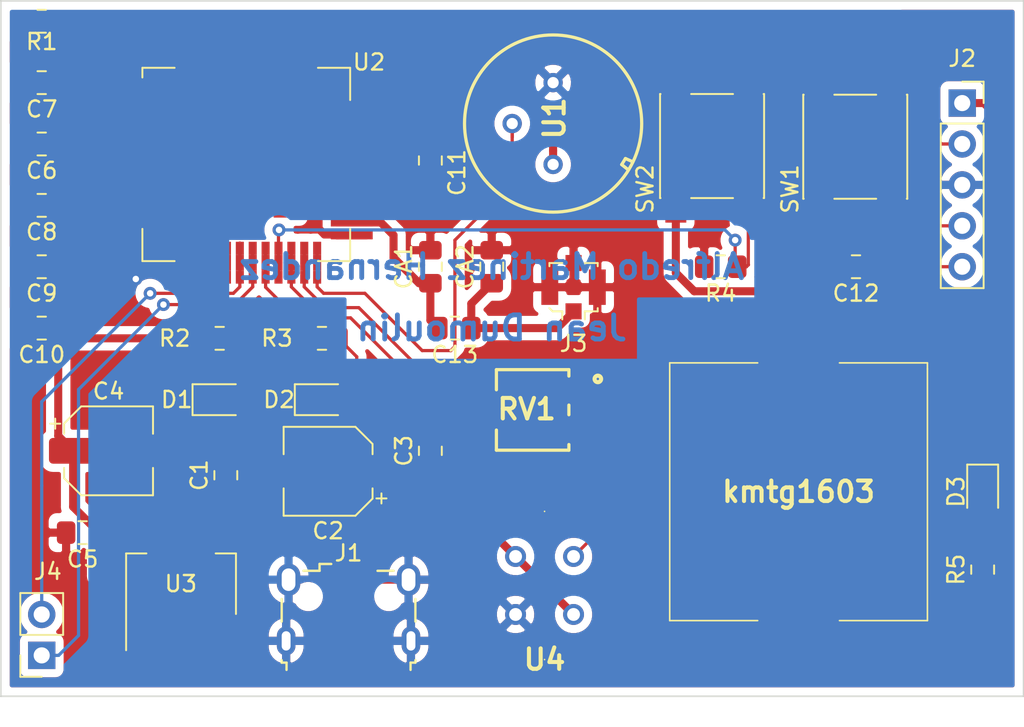
<source format=kicad_pcb>
(kicad_pcb (version 20171130) (host pcbnew "(5.1.5-0-10_14)")
  (layers (0 F.Cu signal) (31 B.Cu signal) (34 B.Paste user) (35 F.Paste user) (36 B.SilkS user) (37 F.SilkS user) (38 B.Mask user) (39 F.Mask user) (44 Edge.Cuts user))
  (net 0 "")
  (net 1 +3V3)
  (net 2 "Net-(R1-Pad1)")
  (net 3 GND)
  (net 4 "Net-(C13-Pad1)")
  (net 5 +5V)
  (net 6 /NRST)
  (net 7 "Net-(C13-Pad2)")
  (net 8 /SWCLK)
  (net 9 /SWDIO)
  (net 10 /ADC2)
  (net 11 /DAC1)
  (net 12 /LED2)
  (net 13 "Net-(RV1-Pad1)")
  (net 14 /ADC3)
  (net 15 "Net-(U2-Pad45)")
  (net 16 "Net-(D1-Pad2)")
  (net 17 "Net-(D2-Pad2)")
  (net 18 "Net-(D3-Pad2)")
  (net 19 /TX)
  (net 20 /RX)
  (net 21 "Net-(R4-Pad1)")
  (net 22 "Net-(U2-Pad2)")
  (net 23 "Net-(U2-Pad1)")
  (net 24 "Net-(U2-Pad8)")
  (net 25 "Net-(U2-Pad9)")
  (net 26 "Net-(U2-Pad10)")
  (net 27 "Net-(U2-Pad11)")
  (net 28 "Net-(U2-Pad28)")
  (net 29 "Net-(U2-Pad29)")
  (net 30 "Net-(U2-Pad30)")
  (net 31 "Net-(U2-Pad31)")
  (net 32 "Net-(U2-Pad33)")
  (net 33 "Net-(U2-Pad35)")
  (net 34 "Net-(U2-Pad36)")
  (net 35 "Net-(U2-Pad37)")
  (net 36 "Net-(U2-Pad39)")
  (net 37 "Net-(U2-Pad40)")
  (net 38 "Net-(U2-Pad12)")
  (net 39 "Net-(U2-Pad13)")
  (net 40 "Net-(U2-Pad14)")
  (net 41 "Net-(U2-Pad15)")
  (net 42 "Net-(U2-Pad16)")
  (net 43 "Net-(U2-Pad17)")
  (net 44 "Net-(U2-Pad38)")
  (module Resistor_SMD:R_0805_2012Metric_Pad1.15x1.40mm_HandSolder (layer F.Cu) (at 185.039 94.615 180)
    (fp_text reference R2 (at 2.794 0) (layer F.SilkS))
    (fp_text value 680)
    (pad 2 smd roundrect (at 1.025 0 180) (size 1.15 1.4) (layers F.Cu F.Paste F.Mask) (roundrect_rratio 0.217391) (net 1 +3V3))
    (pad 1 smd roundrect (at -1.025 0 180) (size 1.15 1.4) (layers F.Cu F.Paste F.Mask) (roundrect_rratio 0.217391) (net 16 "Net-(D1-Pad2)"))
  )
  (module RF_Module:CMWX1ZZABZ_NEW (layer F.Cu) (at 186.69 83.82)
    (fp_text reference U2 (at 7.62 -6.35) (layer F.SilkS))
    (fp_text value CMWX1ZZABZ-078)
    (pad 4 smd rect (at -6.55 -2) (size 1 0.5) (layers F.Cu) (net 1 +3V3))
    (pad 4 smd rect (at -7.45 -2) (size 0.8 0.5) (layers F.Cu F.Paste F.Mask) (net 1 +3V3))
    (pad 3 smd rect (at -7.45 -2.8) (size 0.8 0.5) (layers F.Cu F.Paste F.Mask) (net 3 GND))
    (pad 3 smd rect (at -6.55 -2.8) (size 1 0.5) (layers F.Cu) (net 3 GND))
    (pad 2 smd rect (at -7.45 -3.6) (size 0.8 0.5) (layers F.Cu F.Paste F.Mask) (net 22 "Net-(U2-Pad2)"))
    (pad 2 smd rect (at -6.55 -3.6) (size 1 0.5) (layers F.Cu) (net 22 "Net-(U2-Pad2)"))
    (pad 1 smd rect (at -7.45 -4.4) (size 0.8 0.5) (layers F.Cu F.Paste F.Mask) (net 23 "Net-(U2-Pad1)"))
    (pad 1 smd rect (at -6.55 -4.4) (size 1 0.5) (layers F.Cu) (net 23 "Net-(U2-Pad1)"))
    (pad 57 smd rect (at 2.5 2.5 90) (size 1.6 1.6) (layers F.Cu F.Paste F.Mask) (net 3 GND))
    (pad 56 smd rect (at 0 2.5 90) (size 1.6 1.6) (layers F.Cu F.Paste F.Mask) (net 3 GND))
    (pad 55 smd rect (at -2.5 2.5 90) (size 1.6 1.6) (layers F.Cu F.Paste F.Mask) (net 3 GND))
    (pad 54 smd rect (at 2.5 0 90) (size 1.6 1.6) (layers F.Cu F.Paste F.Mask) (net 3 GND))
    (pad 53 smd rect (at 0 0 90) (size 1.6 1.6) (layers F.Cu F.Paste F.Mask) (net 3 GND))
    (pad 52 smd rect (at -2.5 0 90) (size 1.6 1.6) (layers F.Cu F.Paste F.Mask) (net 3 GND))
    (pad 51 smd rect (at 2.5 -2.5 90) (size 1.6 1.6) (layers F.Cu F.Paste F.Mask) (net 3 GND))
    (pad 50 smd rect (at 0 -2.5 90) (size 1.6 1.6) (layers F.Cu F.Paste F.Mask) (net 3 GND))
    (pad 49 smd rect (at -2.5 -2.5 90) (size 1.6 1.6) (layers F.Cu F.Paste F.Mask) (net 3 GND))
    (pad 48 smd rect (at -4.4 -5.2 90) (size 0.8 0.5) (layers F.Cu F.Paste F.Mask) (net 1 +3V3))
    (pad 47 smd rect (at -3.6 -5.2 90) (size 0.8 0.5) (layers F.Cu F.Paste F.Mask) (net 1 +3V3))
    (pad 46 smd rect (at -2.8 -5.2 90) (size 0.8 0.5) (layers F.Cu F.Paste F.Mask) (net 15 "Net-(U2-Pad45)"))
    (pad 45 smd rect (at -2 -5.2 90) (size 0.8 0.5) (layers F.Cu F.Paste F.Mask) (net 15 "Net-(U2-Pad45)"))
    (pad 44 smd rect (at -1.2 -5.2 90) (size 0.8 0.5) (layers F.Cu F.Paste F.Mask) (net 3 GND))
    (pad 43 smd rect (at -0.4 -5.2 90) (size 0.8 0.5) (layers F.Cu F.Paste F.Mask) (net 2 "Net-(R1-Pad1)"))
    (pad 42 smd rect (at 0.4 -5.2 90) (size 0.8 0.5) (layers F.Cu F.Paste F.Mask) (net 8 /SWCLK))
    (pad 1 smd rect (at -5.65 -4.4) (size 0.8 0.5) (layers F.Cu F.Paste F.Mask) (net 23 "Net-(U2-Pad1)"))
    (pad 2 smd rect (at -5.65 -3.6) (size 0.8 0.5) (layers F.Cu F.Paste F.Mask) (net 22 "Net-(U2-Pad2)"))
    (pad 3 smd rect (at -5.65 -2.8) (size 0.8 0.5) (layers F.Cu F.Paste F.Mask) (net 3 GND))
    (pad 4 smd rect (at -5.65 -2) (size 0.8 0.5) (layers F.Cu F.Paste F.Mask) (net 1 +3V3))
    (pad 5 smd rect (at -5.65 -1.2) (size 0.8 0.5) (layers F.Cu F.Paste F.Mask) (net 1 +3V3))
    (pad 6 smd rect (at -5.65 -0.4) (size 0.8 0.5) (layers F.Cu F.Paste F.Mask) (net 1 +3V3))
    (pad 7 smd rect (at -5.65 0.4) (size 0.8 0.5) (layers F.Cu F.Paste F.Mask) (net 3 GND))
    (pad 8 smd rect (at -5.65 1.2) (size 0.8 0.5) (layers F.Cu F.Paste F.Mask) (net 24 "Net-(U2-Pad8)"))
    (pad 9 smd rect (at -5.65 2) (size 0.8 0.5) (layers F.Cu F.Paste F.Mask) (net 25 "Net-(U2-Pad9)"))
    (pad 10 smd rect (at -5.65 2.8) (size 0.8 0.5) (layers F.Cu F.Paste F.Mask) (net 26 "Net-(U2-Pad10)"))
    (pad 11 smd rect (at -5.65 3.6) (size 0.8 0.5) (layers F.Cu F.Paste F.Mask) (net 27 "Net-(U2-Pad11)"))
    (pad 27 smd rect (at 5.65 2.8) (size 0.8 0.5) (layers F.Cu F.Paste F.Mask) (net 3 GND))
    (pad 28 smd rect (at 5.65 2) (size 0.8 0.5) (layers F.Cu F.Paste F.Mask) (net 28 "Net-(U2-Pad28)"))
    (pad 29 smd rect (at 5.65 1.2) (size 0.8 0.5) (layers F.Cu F.Paste F.Mask) (net 29 "Net-(U2-Pad29)"))
    (pad 30 smd rect (at 5.65 0.4) (size 0.8 0.5) (layers F.Cu F.Paste F.Mask) (net 30 "Net-(U2-Pad30)"))
    (pad 31 smd rect (at 5.65 -0.4) (size 0.8 0.5) (layers F.Cu F.Paste F.Mask) (net 31 "Net-(U2-Pad31)"))
    (pad 32 smd rect (at 5.65 -1.2) (size 0.8 0.5) (layers F.Cu F.Paste F.Mask) (net 1 +3V3))
    (pad 33 smd rect (at 5.65 -2) (size 0.8 0.5) (layers F.Cu F.Paste F.Mask) (net 32 "Net-(U2-Pad33)"))
    (pad 34 smd rect (at 5.65 -2.8) (size 0.8 0.5) (layers F.Cu F.Paste F.Mask) (net 6 /NRST))
    (pad 35 smd rect (at 5.65 -3.6) (size 0.8 0.5) (layers F.Cu F.Paste F.Mask) (net 33 "Net-(U2-Pad35)"))
    (pad 36 smd rect (at 5.65 -4.4) (size 0.8 0.5) (layers F.Cu F.Paste F.Mask) (net 34 "Net-(U2-Pad36)"))
    (pad 37 smd rect (at 4.4 -5.2 90) (size 0.8 0.5) (layers F.Cu F.Paste F.Mask) (net 35 "Net-(U2-Pad37)"))
    (pad 39 smd rect (at 2.8 -5.2 90) (size 0.8 0.5) (layers F.Cu F.Paste F.Mask) (net 36 "Net-(U2-Pad39)"))
    (pad 40 smd rect (at 2 -5.2 90) (size 0.8 0.5) (layers F.Cu F.Paste F.Mask) (net 37 "Net-(U2-Pad40)"))
    (pad 41 smd rect (at 1.2 -5.2 90) (size 0.8 0.5) (layers F.Cu F.Paste F.Mask) (net 9 /SWDIO))
    (pad 12 smd rect (at -5.65 4.4) (size 0.8 0.5) (layers F.Cu F.Paste F.Mask) (net 38 "Net-(U2-Pad12)"))
    (pad 13 smd rect (at -4.4 5.2 90) (size 0.8 0.5) (layers F.Cu F.Paste F.Mask) (net 39 "Net-(U2-Pad13)"))
    (pad 14 smd rect (at -3.6 5.2 90) (size 0.8 0.5) (layers F.Cu F.Paste F.Mask) (net 40 "Net-(U2-Pad14)"))
    (pad 15 smd rect (at -2.8 5.2 90) (size 0.8 0.5) (layers F.Cu F.Paste F.Mask) (net 41 "Net-(U2-Pad15)"))
    (pad 16 smd rect (at -2 5.2 90) (size 0.8 0.5) (layers F.Cu F.Paste F.Mask) (net 42 "Net-(U2-Pad16)"))
    (pad 17 smd rect (at -1.2 5.2 90) (size 0.8 0.5) (layers F.Cu F.Paste F.Mask) (net 43 "Net-(U2-Pad17)"))
    (pad 18 smd rect (at -0.4 5.2 90) (size 0.8 0.5) (layers F.Cu F.Paste F.Mask) (net 20 /RX))
    (pad 19 smd rect (at 0.4 5.2 90) (size 0.8 0.5) (layers F.Cu F.Paste F.Mask) (net 19 /TX))
    (pad 20 smd rect (at 1.2 5.2 270) (size 0.8 0.5) (layers F.Cu F.Paste F.Mask) (net 12 /LED2))
    (pad 21 smd rect (at 2 5.2 270) (size 0.8 0.5) (layers F.Cu F.Paste F.Mask) (net 21 "Net-(R4-Pad1)"))
    (pad 22 smd rect (at 2.8 5.2 270) (size 0.8 0.5) (layers F.Cu F.Paste F.Mask) (net 11 /DAC1))
    (pad 23 smd rect (at 3.6 5.2 270) (size 0.8 0.5) (layers F.Cu F.Paste F.Mask) (net 14 /ADC3))
    (pad 24 smd rect (at 4.4 5.2 270) (size 0.8 0.5) (layers F.Cu F.Paste F.Mask) (net 10 /ADC2))
    (pad 25 smd rect (at 5.65 4.4) (size 0.8 0.5) (layers F.Cu F.Paste F.Mask) (net 3 GND))
    (pad 26 smd rect (at 5.65 3.6) (size 0.8 0.5) (layers F.Cu F.Paste F.Mask) (net 7 "Net-(C13-Pad2)"))
    (pad 38 smd rect (at 3.6 -5.2 90) (size 0.8 0.5) (layers F.Cu F.Paste F.Mask) (net 44 "Net-(U2-Pad38)"))
    (pad 8 smd rect (at -6.55 1.2) (size 1 0.5) (layers F.Cu) (net 24 "Net-(U2-Pad8)"))
    (pad 8 smd rect (at -7.45 1.2) (size 0.8 0.5) (layers F.Cu F.Paste F.Mask) (net 24 "Net-(U2-Pad8)"))
    (pad 7 smd rect (at -7.45 0.4) (size 0.8 0.5) (layers F.Cu F.Paste F.Mask) (net 3 GND))
    (pad 7 smd rect (at -6.55 0.4) (size 1 0.5) (layers F.Cu) (net 3 GND))
    (pad 6 smd rect (at -7.45 -0.4) (size 0.8 0.5) (layers F.Cu F.Paste F.Mask) (net 1 +3V3))
    (pad 6 smd rect (at -6.55 -0.4) (size 1 0.5) (layers F.Cu) (net 1 +3V3))
    (pad 5 smd rect (at -7.45 -1.2) (size 0.8 0.5) (layers F.Cu F.Paste F.Mask) (net 1 +3V3))
    (pad 5 smd rect (at -6.55 -1.2) (size 1 0.5) (layers F.Cu) (net 1 +3V3))
    (pad 10 smd rect (at -6.55 2.8) (size 1 0.5) (layers F.Cu) (net 26 "Net-(U2-Pad10)"))
    (pad 9 smd rect (at -7.45 2) (size 0.8 0.5) (layers F.Cu F.Paste F.Mask) (net 25 "Net-(U2-Pad9)"))
    (pad 9 smd rect (at -6.55 2) (size 1 0.5) (layers F.Cu) (net 25 "Net-(U2-Pad9)"))
    (pad 12 smd rect (at -6.55 4.4) (size 1 0.5) (layers F.Cu) (net 38 "Net-(U2-Pad12)"))
    (pad 12 smd rect (at -7.45 4.4) (size 0.8 0.5) (layers F.Cu F.Paste F.Mask) (net 38 "Net-(U2-Pad12)"))
    (pad 11 smd rect (at -7.45 3.6) (size 0.8 0.5) (layers F.Cu F.Paste F.Mask) (net 27 "Net-(U2-Pad11)"))
    (pad 11 smd rect (at -6.55 3.6) (size 1 0.5) (layers F.Cu) (net 27 "Net-(U2-Pad11)"))
    (pad 10 smd rect (at -7.45 2.8) (size 0.8 0.5) (layers F.Cu F.Paste F.Mask) (net 26 "Net-(U2-Pad10)"))
    (pad 13 smd rect (at -4.4 6.1 90) (size 1 0.5) (layers F.Cu) (net 39 "Net-(U2-Pad13)"))
    (pad 13 smd rect (at -4.4 7 90) (size 0.8 0.5) (layers F.Cu F.Paste F.Mask) (net 39 "Net-(U2-Pad13)"))
    (pad 14 smd rect (at -3.6 7 90) (size 0.8 0.5) (layers F.Cu F.Paste F.Mask) (net 40 "Net-(U2-Pad14)"))
    (pad 14 smd rect (at -3.6 6.1 90) (size 1 0.5) (layers F.Cu) (net 40 "Net-(U2-Pad14)"))
    (pad 15 smd rect (at -2.8 7 90) (size 0.8 0.5) (layers F.Cu F.Paste F.Mask) (net 41 "Net-(U2-Pad15)"))
    (pad 16 smd rect (at -2 6.1 90) (size 1 0.5) (layers F.Cu) (net 42 "Net-(U2-Pad16)"))
    (pad 16 smd rect (at -2 7 90) (size 0.8 0.5) (layers F.Cu F.Paste F.Mask) (net 42 "Net-(U2-Pad16)"))
    (pad 15 smd rect (at -2.8 6.1 90) (size 1 0.5) (layers F.Cu) (net 41 "Net-(U2-Pad15)"))
    (pad 17 smd rect (at -1.2 7 90) (size 0.8 0.5) (layers F.Cu F.Paste F.Mask) (net 43 "Net-(U2-Pad17)"))
    (pad 18 smd rect (at -0.4 6.1 90) (size 1 0.5) (layers F.Cu) (net 20 /RX))
    (pad 19 smd rect (at 0.4 7 90) (size 0.8 0.5) (layers F.Cu F.Paste F.Mask) (net 19 /TX))
    (pad 18 smd rect (at -0.4 7 90) (size 0.8 0.5) (layers F.Cu F.Paste F.Mask) (net 20 /RX))
    (pad 19 smd rect (at 0.4 6.1 90) (size 1 0.5) (layers F.Cu) (net 19 /TX))
    (pad 20 smd rect (at 1.2 6.1 90) (size 1 0.5) (layers F.Cu) (net 12 /LED2))
    (pad 20 smd rect (at 1.2 7 90) (size 0.8 0.5) (layers F.Cu F.Paste F.Mask) (net 12 /LED2))
    (pad 17 smd rect (at -1.2 6.1 90) (size 1 0.5) (layers F.Cu) (net 43 "Net-(U2-Pad17)"))
    (pad 21 smd rect (at 2 7 90) (size 0.8 0.5) (layers F.Cu F.Paste F.Mask) (net 21 "Net-(R4-Pad1)"))
    (pad 22 smd rect (at 2.8 6.1 90) (size 1 0.5) (layers F.Cu) (net 11 /DAC1))
    (pad 23 smd rect (at 3.6 7 90) (size 0.8 0.5) (layers F.Cu F.Paste F.Mask) (net 14 /ADC3))
    (pad 22 smd rect (at 2.8 7 90) (size 0.8 0.5) (layers F.Cu F.Paste F.Mask) (net 11 /DAC1))
    (pad 23 smd rect (at 3.6 6.1 90) (size 1 0.5) (layers F.Cu) (net 14 /ADC3))
    (pad 24 smd rect (at 4.4 6.1 90) (size 1 0.5) (layers F.Cu) (net 10 /ADC2))
    (pad 24 smd rect (at 4.4 7 90) (size 0.8 0.5) (layers F.Cu F.Paste F.Mask) (net 10 /ADC2))
    (pad 21 smd rect (at 2 6.1 90) (size 1 0.5) (layers F.Cu) (net 21 "Net-(R4-Pad1)"))
    (pad 29 smd rect (at 7.45 1.2 180) (size 0.8 0.5) (layers F.Cu F.Paste F.Mask) (net 29 "Net-(U2-Pad29)"))
    (pad 32 smd rect (at 6.55 -1.2 180) (size 1 0.5) (layers F.Cu) (net 1 +3V3))
    (pad 32 smd rect (at 7.45 -1.2 180) (size 0.8 0.5) (layers F.Cu F.Paste F.Mask) (net 1 +3V3))
    (pad 25 smd rect (at 7.45 4.4 180) (size 0.8 0.5) (layers F.Cu F.Paste F.Mask) (net 3 GND))
    (pad 26 smd rect (at 6.55 3.6 180) (size 1 0.5) (layers F.Cu) (net 7 "Net-(C13-Pad2)"))
    (pad 27 smd rect (at 7.45 2.8 180) (size 0.8 0.5) (layers F.Cu F.Paste F.Mask) (net 3 GND))
    (pad 33 smd rect (at 7.45 -2 180) (size 0.8 0.5) (layers F.Cu F.Paste F.Mask) (net 32 "Net-(U2-Pad33)"))
    (pad 31 smd rect (at 6.55 -0.4 180) (size 1 0.5) (layers F.Cu) (net 31 "Net-(U2-Pad31)"))
    (pad 30 smd rect (at 6.55 0.4 180) (size 1 0.5) (layers F.Cu) (net 30 "Net-(U2-Pad30)"))
    (pad 31 smd rect (at 7.45 -0.4 180) (size 0.8 0.5) (layers F.Cu F.Paste F.Mask) (net 31 "Net-(U2-Pad31)"))
    (pad 29 smd rect (at 6.55 1.2 180) (size 1 0.5) (layers F.Cu) (net 29 "Net-(U2-Pad29)"))
    (pad 34 smd rect (at 6.55 -2.8 180) (size 1 0.5) (layers F.Cu) (net 6 /NRST))
    (pad 36 smd rect (at 7.45 -4.4 180) (size 0.8 0.5) (layers F.Cu F.Paste F.Mask) (net 34 "Net-(U2-Pad36)"))
    (pad 33 smd rect (at 6.55 -2 180) (size 1 0.5) (layers F.Cu) (net 32 "Net-(U2-Pad33)"))
    (pad 30 smd rect (at 7.45 0.4 180) (size 0.8 0.5) (layers F.Cu F.Paste F.Mask) (net 30 "Net-(U2-Pad30)"))
    (pad 26 smd rect (at 7.45 3.6 180) (size 0.8 0.5) (layers F.Cu F.Paste F.Mask) (net 7 "Net-(C13-Pad2)"))
    (pad 27 smd rect (at 6.55 2.8 180) (size 1 0.5) (layers F.Cu) (net 3 GND))
    (pad 34 smd rect (at 7.45 -2.8 180) (size 0.8 0.5) (layers F.Cu F.Paste F.Mask) (net 6 /NRST))
    (pad 35 smd rect (at 6.55 -3.6 180) (size 1 0.5) (layers F.Cu) (net 33 "Net-(U2-Pad35)"))
    (pad 36 smd rect (at 6.55 -4.4 180) (size 1 0.5) (layers F.Cu) (net 34 "Net-(U2-Pad36)"))
    (pad 28 smd rect (at 6.55 2 180) (size 1 0.5) (layers F.Cu) (net 28 "Net-(U2-Pad28)"))
    (pad 28 smd rect (at 7.45 2 180) (size 0.8 0.5) (layers F.Cu F.Paste F.Mask) (net 28 "Net-(U2-Pad28)"))
    (pad 35 smd rect (at 7.45 -3.6 180) (size 0.8 0.5) (layers F.Cu F.Paste F.Mask) (net 33 "Net-(U2-Pad35)"))
    (pad 25 smd rect (at 6.55 4.4 180) (size 1 0.5) (layers F.Cu) (net 3 GND))
    (pad 41 smd rect (at 1.2 -7.01 270) (size 0.8 0.5) (layers F.Cu F.Paste F.Mask) (net 9 /SWDIO))
    (pad 44 smd rect (at -1.2 -6.11 270) (size 1 0.5) (layers F.Cu) (net 3 GND))
    (pad 44 smd rect (at -1.2 -7.01 270) (size 0.8 0.5) (layers F.Cu F.Paste F.Mask) (net 3 GND))
    (pad 37 smd rect (at 4.4 -7.01 270) (size 0.8 0.5) (layers F.Cu F.Paste F.Mask) (net 35 "Net-(U2-Pad37)"))
    (pad 38 smd rect (at 3.6 -6.11 270) (size 1 0.5) (layers F.Cu) (net 44 "Net-(U2-Pad38)"))
    (pad 39 smd rect (at 2.8 -7.01 270) (size 0.8 0.5) (layers F.Cu F.Paste F.Mask) (net 36 "Net-(U2-Pad39)"))
    (pad 45 smd rect (at -2 -7.01 270) (size 0.8 0.5) (layers F.Cu F.Paste F.Mask) (net 15 "Net-(U2-Pad45)"))
    (pad 43 smd rect (at -0.4 -6.11 270) (size 1 0.5) (layers F.Cu) (net 2 "Net-(R1-Pad1)"))
    (pad 42 smd rect (at 0.4 -6.11 270) (size 1 0.5) (layers F.Cu) (net 8 /SWCLK))
    (pad 43 smd rect (at -0.4 -7.01 270) (size 0.8 0.5) (layers F.Cu F.Paste F.Mask) (net 2 "Net-(R1-Pad1)"))
    (pad 41 smd rect (at 1.2 -6.11 270) (size 1 0.5) (layers F.Cu) (net 9 /SWDIO))
    (pad 46 smd rect (at -2.8 -6.11 270) (size 1 0.5) (layers F.Cu) (net 15 "Net-(U2-Pad45)"))
    (pad 48 smd rect (at -4.4 -7.01 270) (size 0.8 0.5) (layers F.Cu F.Paste F.Mask) (net 1 +3V3))
    (pad 45 smd rect (at -2 -6.11 270) (size 1 0.5) (layers F.Cu) (net 15 "Net-(U2-Pad45)"))
    (pad 42 smd rect (at 0.4 -7.01 270) (size 0.8 0.5) (layers F.Cu F.Paste F.Mask) (net 8 /SWCLK))
    (pad 38 smd rect (at 3.6 -7.01 270) (size 0.8 0.5) (layers F.Cu F.Paste F.Mask) (net 44 "Net-(U2-Pad38)"))
    (pad 39 smd rect (at 2.8 -6.11 270) (size 1 0.5) (layers F.Cu) (net 36 "Net-(U2-Pad39)"))
    (pad 46 smd rect (at -2.8 -7.01 270) (size 0.8 0.5) (layers F.Cu F.Paste F.Mask) (net 15 "Net-(U2-Pad45)"))
    (pad 47 smd rect (at -3.6 -6.11 270) (size 1 0.5) (layers F.Cu) (net 1 +3V3))
    (pad 48 smd rect (at -4.4 -6.11 270) (size 1 0.5) (layers F.Cu) (net 1 +3V3))
    (pad 40 smd rect (at 2 -6.11 270) (size 1 0.5) (layers F.Cu) (net 37 "Net-(U2-Pad40)"))
    (pad 40 smd rect (at 2 -7.01 270) (size 0.8 0.5) (layers F.Cu F.Paste F.Mask) (net 37 "Net-(U2-Pad40)"))
    (pad 47 smd rect (at -3.6 -7.01 270) (size 0.8 0.5) (layers F.Cu F.Paste F.Mask) (net 1 +3V3))
    (pad 37 smd rect (at 4.4 -6.11 270) (size 1 0.5) (layers F.Cu) (net 35 "Net-(U2-Pad37)"))
  )
  (module Capacitor_SMD:C_0805_2012Metric_Pad1.15x1.40mm_HandSolder (layer F.Cu) (at 185.42 103.115 90)
    (fp_text reference C1 (at 0 -1.65 90) (layer F.SilkS))
    (fp_text value 100n)
    (pad 1 smd roundrect (at -1.025 0 90) (size 1.15 1.4) (layers F.Cu F.Paste F.Mask) (roundrect_rratio 0.217391) (net 5 +5V))
    (pad 2 smd roundrect (at 1.025 0 90) (size 1.15 1.4) (layers F.Cu F.Paste F.Mask) (roundrect_rratio 0.217391) (net 3 GND))
  )
  (module Capacitor_SMD:CP_Elec_5x4.4 (layer F.Cu) (at 191.77 102.87 180)
    (fp_text reference C2 (at 0 -3.7) (layer F.SilkS))
    (fp_text value 10µ)
    (pad 2 smd roundrect (at 2.2 0 180) (size 3 1.6) (layers F.Cu F.Paste F.Mask) (roundrect_rratio 0.15625) (net 3 GND))
    (pad 1 smd roundrect (at -2.2 0 180) (size 3 1.6) (layers F.Cu F.Paste F.Mask) (roundrect_rratio 0.15625) (net 5 +5V))
  )
  (module Capacitor_SMD:C_0805_2012Metric_Pad1.15x1.40mm_HandSolder (layer F.Cu) (at 198.12 101.6 90)
    (fp_text reference C3 (at 0 -1.65 90) (layer F.SilkS))
    (fp_text value 100n)
    (pad 2 smd roundrect (at 1.025 0 90) (size 1.15 1.4) (layers F.Cu F.Paste F.Mask) (roundrect_rratio 0.217391) (net 3 GND))
    (pad 1 smd roundrect (at -1.025 0 90) (size 1.15 1.4) (layers F.Cu F.Paste F.Mask) (roundrect_rratio 0.217391) (net 5 +5V))
  )
  (module Capacitor_SMD:CP_Elec_5x4.4 (layer F.Cu) (at 178.14 101.6)
    (fp_text reference C4 (at 0 -3.7) (layer F.SilkS))
    (fp_text value 10µ)
    (pad 1 smd roundrect (at -2.2 0) (size 3 1.6) (layers F.Cu F.Paste F.Mask) (roundrect_rratio 0.15625) (net 1 +3V3))
    (pad 2 smd roundrect (at 2.2 0) (size 3 1.6) (layers F.Cu F.Paste F.Mask) (roundrect_rratio 0.15625) (net 3 GND))
  )
  (module Capacitor_SMD:C_0805_2012Metric_Pad1.15x1.40mm_HandSolder (layer F.Cu) (at 176.53 106.68 180)
    (fp_text reference C5 (at 0 -1.65) (layer F.SilkS))
    (fp_text value 100n)
    (pad 1 smd roundrect (at -1.025 0 180) (size 1.15 1.4) (layers F.Cu F.Paste F.Mask) (roundrect_rratio 0.217391) (net 1 +3V3))
    (pad 2 smd roundrect (at 1.025 0 180) (size 1.15 1.4) (layers F.Cu F.Paste F.Mask) (roundrect_rratio 0.217391) (net 3 GND))
  )
  (module Capacitor_SMD:C_0805_2012Metric_Pad1.15x1.40mm_HandSolder (layer F.Cu) (at 173.99 82.55 180)
    (fp_text reference C6 (at 0 -1.65) (layer F.SilkS))
    (fp_text value 10µ)
    (pad 1 smd roundrect (at -1.025 0 180) (size 1.15 1.4) (layers F.Cu F.Paste F.Mask) (roundrect_rratio 0.217391) (net 1 +3V3))
    (pad 2 smd roundrect (at 1.025 0 180) (size 1.15 1.4) (layers F.Cu F.Paste F.Mask) (roundrect_rratio 0.217391) (net 3 GND))
  )
  (module Capacitor_SMD:C_0805_2012Metric_Pad1.15x1.40mm_HandSolder (layer F.Cu) (at 173.99 78.74 180)
    (fp_text reference C7 (at 0 -1.65) (layer F.SilkS))
    (fp_text value 100n)
    (pad 2 smd roundrect (at 1.025 0 180) (size 1.15 1.4) (layers F.Cu F.Paste F.Mask) (roundrect_rratio 0.217391) (net 3 GND))
    (pad 1 smd roundrect (at -1.025 0 180) (size 1.15 1.4) (layers F.Cu F.Paste F.Mask) (roundrect_rratio 0.217391) (net 1 +3V3))
  )
  (module Capacitor_SMD:C_0805_2012Metric_Pad1.15x1.40mm_HandSolder (layer F.Cu) (at 173.99 86.36 180)
    (fp_text reference C8 (at 0 -1.65) (layer F.SilkS))
    (fp_text value 100n)
    (pad 1 smd roundrect (at -1.025 0 180) (size 1.15 1.4) (layers F.Cu F.Paste F.Mask) (roundrect_rratio 0.217391) (net 1 +3V3))
    (pad 2 smd roundrect (at 1.025 0 180) (size 1.15 1.4) (layers F.Cu F.Paste F.Mask) (roundrect_rratio 0.217391) (net 3 GND))
  )
  (module Capacitor_SMD:C_0805_2012Metric_Pad1.15x1.40mm_HandSolder (layer F.Cu) (at 173.99 90.17 180)
    (fp_text reference C9 (at 0 -1.65) (layer F.SilkS))
    (fp_text value 100n)
    (pad 2 smd roundrect (at 1.025 0 180) (size 1.15 1.4) (layers F.Cu F.Paste F.Mask) (roundrect_rratio 0.217391) (net 3 GND))
    (pad 1 smd roundrect (at -1.025 0 180) (size 1.15 1.4) (layers F.Cu F.Paste F.Mask) (roundrect_rratio 0.217391) (net 1 +3V3))
  )
  (module Capacitor_SMD:C_0805_2012Metric_Pad1.15x1.40mm_HandSolder (layer F.Cu) (at 173.99 93.98 180)
    (fp_text reference C10 (at 0 -1.65) (layer F.SilkS))
    (fp_text value 100n)
    (pad 1 smd roundrect (at -1.025 0 180) (size 1.15 1.4) (layers F.Cu F.Paste F.Mask) (roundrect_rratio 0.217391) (net 1 +3V3))
    (pad 2 smd roundrect (at 1.025 0 180) (size 1.15 1.4) (layers F.Cu F.Paste F.Mask) (roundrect_rratio 0.217391) (net 3 GND))
  )
  (module Capacitor_SMD:C_0805_2012Metric_Pad1.15x1.40mm_HandSolder (layer F.Cu) (at 198.12 83.575 270)
    (fp_text reference C11 (at 0.753 -1.651 90) (layer F.SilkS))
    (fp_text value 1u)
    (pad 2 smd roundrect (at 1.025 0 270) (size 1.15 1.4) (layers F.Cu F.Paste F.Mask) (roundrect_rratio 0.217391) (net 3 GND))
    (pad 1 smd roundrect (at -1.025 0 270) (size 1.15 1.4) (layers F.Cu F.Paste F.Mask) (roundrect_rratio 0.217391) (net 1 +3V3))
  )
  (module Capacitor_SMD:C_0805_2012Metric_Pad1.15x1.40mm_HandSolder (layer F.Cu) (at 224.545 90.17 180)
    (fp_text reference C12 (at 0 -1.65) (layer F.SilkS))
    (fp_text value 100n)
    (pad 1 smd roundrect (at -1.025 0 180) (size 1.15 1.4) (layers F.Cu F.Paste F.Mask) (roundrect_rratio 0.217391) (net 6 /NRST))
    (pad 2 smd roundrect (at 1.025 0 180) (size 1.15 1.4) (layers F.Cu F.Paste F.Mask) (roundrect_rratio 0.217391) (net 3 GND))
  )
  (module Capacitor_SMD:C_0805_2012Metric_Pad1.15x1.40mm_HandSolder (layer F.Cu) (at 199.635 93.98 180)
    (fp_text reference C13 (at 0 -1.65) (layer F.SilkS))
    (fp_text value 100N)
    (pad 2 smd roundrect (at 1.025 0 180) (size 1.15 1.4) (layers F.Cu F.Paste F.Mask) (roundrect_rratio 0.217391) (net 7 "Net-(C13-Pad2)"))
    (pad 1 smd roundrect (at -1.025 0 180) (size 1.15 1.4) (layers F.Cu F.Paste F.Mask) (roundrect_rratio 0.217391) (net 4 "Net-(C13-Pad1)"))
  )
  (module Capacitor_SMD:C_0805_2012Metric_Pad1.15x1.40mm_HandSolder (layer F.Cu) (at 198.12 90.17 90)
    (fp_text reference CA1 (at 0 -1.65 90) (layer F.SilkS))
    (fp_text value 1µ)
    (pad 2 smd roundrect (at 1.025 0 90) (size 1.15 1.4) (layers F.Cu F.Paste F.Mask) (roundrect_rratio 0.217391) (net 3 GND))
    (pad 1 smd roundrect (at -1.025 0 90) (size 1.15 1.4) (layers F.Cu F.Paste F.Mask) (roundrect_rratio 0.217391) (net 7 "Net-(C13-Pad2)"))
  )
  (module Capacitor_SMD:C_0805_2012Metric_Pad1.15x1.40mm_HandSolder (layer F.Cu) (at 201.93 90.17 90)
    (fp_text reference CA2 (at 0 -1.65 90) (layer F.SilkS))
    (fp_text value 1µ)
    (pad 1 smd roundrect (at -1.025 0 90) (size 1.15 1.4) (layers F.Cu F.Paste F.Mask) (roundrect_rratio 0.217391) (net 4 "Net-(C13-Pad1)"))
    (pad 2 smd roundrect (at 1.025 0 90) (size 1.15 1.4) (layers F.Cu F.Paste F.Mask) (roundrect_rratio 0.217391) (net 3 GND))
  )
  (module Connector_Coaxial:U.FL_Molex_MCRF_73412-0110_Vertical (layer F.Cu) (at 207.01 91.44)
    (fp_text reference J3 (at 0 3.5) (layer F.SilkS))
    (fp_text value 73412-0110)
    (pad 2 smd rect (at -1.475 0) (size 1.05 2.2) (layers F.Cu F.Paste F.Mask) (net 3 GND))
    (pad 2 smd rect (at 1.475 0) (size 1.05 2.2) (layers F.Cu F.Paste F.Mask) (net 3 GND))
    (pad 2 smd rect (at 0 -1.5) (size 1 1) (layers F.Cu F.Paste F.Mask) (net 3 GND))
    (pad 1 smd rect (at 0 1.5) (size 1 1) (layers F.Cu F.Paste F.Mask) (net 4 "Net-(C13-Pad1)"))
  )
  (module Resistor_SMD:R_0805_2012Metric_Pad1.15x1.40mm_HandSolder (layer F.Cu) (at 173.99 74.93 180)
    (fp_text reference R1 (at 0 -1.27 180) (layer F.SilkS))
    (fp_text value 10k)
    (pad 1 smd roundrect (at -1.025 0 180) (size 1.15 1.4) (layers F.Cu F.Paste F.Mask) (roundrect_rratio 0.217391) (net 2 "Net-(R1-Pad1)"))
    (pad 2 smd roundrect (at 1.025 0 180) (size 1.15 1.4) (layers F.Cu F.Paste F.Mask) (roundrect_rratio 0.217391) (net 3 GND))
  )
  (module Package_TO_SOT_SMD:SOT-223 (layer F.Cu) (at 182.64 109.88 90)
    (fp_text reference U3 (at 0.025 -0.014 180) (layer F.SilkS))
    (fp_text value LT1117-3.3)
    (pad 4 smd rect (at 3.15 0 90) (size 2 3.8) (layers F.Cu F.Paste F.Mask))
    (pad 2 smd rect (at -3.15 0 90) (size 2 1.5) (layers F.Cu F.Paste F.Mask) (net 1 +3V3))
    (pad 3 smd rect (at -3.15 2.3 90) (size 2 1.5) (layers F.Cu F.Paste F.Mask) (net 5 +5V))
    (pad 1 smd rect (at -3.15 -2.3 90) (size 2 1.5) (layers F.Cu F.Paste F.Mask) (net 3 GND))
  )
  (module EKMC1601111:VZ-STANDARD (layer F.Cu) (at 205.74 81.28 270)
    (fp_text reference U1 (at -0.323 -0.081 90) (layer F.SilkS) (effects (font (size 1.27 1.27) (thickness 0.254))))
    (fp_text value EKMC1601111 hide)
    (pad 3 thru_hole circle (at -2.54 0 270) (size 1.2 1.2) (drill 0.7) (layers *.Cu *.Mask) (net 3 GND))
    (pad 2 thru_hole circle (at 0 2.54 270) (size 1.2 1.2) (drill 0.7) (layers *.Cu *.Mask) (net 10 /ADC2))
    (pad 1 thru_hole circle (at 2.54 0 270) (size 1.2 1.2) (drill 0.7) (layers *.Cu *.Mask) (net 1 +3V3))
  )
  (module LED_SMD:LED_0805_2012Metric (layer F.Cu) (at 185.039 98.425)
    (fp_text reference D1 (at -2.667 0) (layer F.SilkS))
    (fp_text value LED)
    (pad 2 smd roundrect (at 0.9375 0) (size 0.975 1.4) (layers F.Cu F.Paste F.Mask) (net 16 "Net-(D1-Pad2)"))
    (pad 1 smd roundrect (at -0.9375 0) (size 0.975 1.4) (layers F.Cu F.Paste F.Mask) (net 3 GND))
  )
  (module LED_SMD:LED_0805_2012Metric (layer F.Cu) (at 191.389 98.425)
    (fp_text reference D2 (at -2.667 0) (layer F.SilkS))
    (fp_text value LED)
    (pad 1 smd roundrect (at -0.9375 0) (size 0.975 1.4) (layers F.Cu F.Paste F.Mask) (net 3 GND))
    (pad 2 smd roundrect (at 0.9375 0) (size 0.975 1.4) (layers F.Cu F.Paste F.Mask) (net 17 "Net-(D2-Pad2)"))
  )
  (module 23BR1KLFTR:23B_1 (layer F.Cu) (at 204.47 99.06)
    (fp_text reference RV1 (at -0.371 -0.048) (layer F.SilkS) (effects (font (size 1.27 1.27) (thickness 0.254))))
    (fp_text value 23BR1KLFTR hide)
    (pad 1 smd rect (at 2.75 -1.15 90) (size 1.3 1.3) (layers F.Cu F.Paste F.Mask) (net 13 "Net-(RV1-Pad1)"))
    (pad 2 smd rect (at -2.75 0) (size 1.3 2) (layers F.Cu F.Paste F.Mask) (net 14 /ADC3))
    (pad 3 smd rect (at 2.75 1.15 90) (size 1.3 1.3) (layers F.Cu F.Paste F.Mask) (net 3 GND))
  )
  (module Button_Switch_SMD:SW_SPST_PTS645 (layer F.Cu) (at 224.5 82.72 90)
    (fp_text reference SW1 (at -2.624 -4.05 90) (layer F.SilkS))
    (fp_text value SW_Push)
    (pad 2 smd rect (at -3.98 2.25 90) (size 1.55 1.3) (layers F.Cu F.Paste F.Mask) (net 6 /NRST))
    (pad 1 smd rect (at -3.98 -2.25 90) (size 1.55 1.3) (layers F.Cu F.Paste F.Mask) (net 3 GND))
    (pad 1 smd rect (at 3.98 -2.25 90) (size 1.55 1.3) (layers F.Cu F.Paste F.Mask) (net 3 GND))
    (pad 2 smd rect (at 3.98 2.25 90) (size 1.55 1.3) (layers F.Cu F.Paste F.Mask) (net 6 /NRST))
  )
  (module KMTG1603-1:KMTG16031 (layer F.Cu) (at 220.98 104.14 90)
    (fp_text reference kmtg1603 (at 0 0 180) (layer F.SilkS) (effects (font (size 1.27 1.27) (thickness 0.254))))
    (fp_text value Buzzer hide)
    (pad 1 smd rect (at -9.25 0 90) (size 2.5 3.5) (layers F.Cu F.Paste F.Mask) (net 11 /DAC1))
    (pad 2 smd rect (at 9.25 0 90) (size 2.5 3.5) (layers F.Cu F.Paste F.Mask) (net 3 GND))
  )
  (module TGS2611-E00:TGS2611C00 (layer F.Cu) (at 207.01 111.76)
    (fp_text reference U4 (at -1.8 2.8) (layer F.SilkS) (effects (font (size 1.27 1.27) (thickness 0.254))))
    (fp_text value TGS2611-E00 hide)
    (pad 1 thru_hole circle (at 0 0) (size 1.3 1.3) (drill 0.8) (layers *.Cu *.Mask) (net 5 +5V))
    (pad 2 thru_hole circle (at 0 -3.6) (size 1.3 1.3) (drill 0.8) (layers *.Cu *.Mask) (net 13 "Net-(RV1-Pad1)"))
    (pad 3 thru_hole circle (at -3.6 -3.6) (size 1.3 1.3) (drill 0.8) (layers *.Cu *.Mask) (net 5 +5V))
    (pad 4 thru_hole circle (at -3.6 0) (size 1.3 1.3) (drill 0.8) (layers *.Cu *.Mask) (net 3 GND))
  )
  (module LED_SMD:LED_0805_2012Metric (layer F.Cu) (at 232.41 104.14 270)
    (fp_text reference D3 (at 0 1.651 90) (layer F.SilkS))
    (fp_text value LED)
    (pad 1 smd roundrect (at -0.9375 0 270) (size 0.975 1.4) (layers F.Cu F.Paste F.Mask) (net 3 GND))
    (pad 2 smd roundrect (at 0.9375 0 270) (size 0.975 1.4) (layers F.Cu F.Paste F.Mask) (net 18 "Net-(D3-Pad2)"))
  )
  (module Connector_PinSocket_2.54mm:PinSocket_1x05_P2.54mm_Vertical (layer F.Cu) (at 231.14 80.01)
    (fp_text reference J2 (at 0 -2.77) (layer F.SilkS))
    (fp_text value Conn_01x05_Male)
    (pad 1 thru_hole rect (at 0 0) (size 1.7 1.7) (drill 1) (layers *.Cu *.Mask) (net 1 +3V3))
    (pad 2 thru_hole oval (at 0 2.54) (size 1.7 1.7) (drill 1) (layers *.Cu *.Mask) (net 8 /SWCLK))
    (pad 3 thru_hole oval (at 0 5.08) (size 1.7 1.7) (drill 1) (layers *.Cu *.Mask) (net 3 GND))
    (pad 4 thru_hole oval (at 0 7.62) (size 1.7 1.7) (drill 1) (layers *.Cu *.Mask) (net 9 /SWDIO))
    (pad 5 thru_hole oval (at 0 10.16) (size 1.7 1.7) (drill 1) (layers *.Cu *.Mask) (net 6 /NRST))
  )
  (module Connector_PinSocket_2.54mm:PinSocket_1x02_P2.54mm_Vertical (layer F.Cu) (at 173.99 114.3 180)
    (fp_text reference J4 (at -0.381 5.207) (layer F.SilkS))
    (fp_text value Conn_01x02_Male)
    (pad 1 thru_hole rect (at 0 0 180) (size 1.7 1.7) (drill 1) (layers *.Cu *.Mask) (net 19 /TX))
    (pad 2 thru_hole oval (at 0 2.54 180) (size 1.7 1.7) (drill 1) (layers *.Cu *.Mask) (net 20 /RX))
  )
  (module Resistor_SMD:R_0805_2012Metric_Pad1.15x1.40mm_HandSolder (layer F.Cu) (at 191.389 94.615 180)
    (fp_text reference R3 (at 2.794 0) (layer F.SilkS))
    (fp_text value ??)
    (pad 1 smd roundrect (at -1.025 0 180) (size 1.15 1.4) (layers F.Cu F.Paste F.Mask) (roundrect_rratio 0.217391) (net 17 "Net-(D2-Pad2)"))
    (pad 2 smd roundrect (at 1.025 0 180) (size 1.15 1.4) (layers F.Cu F.Paste F.Mask) (roundrect_rratio 0.217391) (net 12 /LED2))
  )
  (module Resistor_SMD:R_0805_2012Metric_Pad1.15x1.40mm_HandSolder (layer F.Cu) (at 216.145 90.17 180)
    (fp_text reference R4 (at 0 -1.65) (layer F.SilkS))
    (fp_text value 10k)
    (pad 2 smd roundrect (at 1.025 0 180) (size 1.15 1.4) (layers F.Cu F.Paste F.Mask) (roundrect_rratio 0.217391) (net 3 GND))
    (pad 1 smd roundrect (at -1.025 0 180) (size 1.15 1.4) (layers F.Cu F.Paste F.Mask) (roundrect_rratio 0.217391) (net 21 "Net-(R4-Pad1)"))
  )
  (module Resistor_SMD:R_0805_2012Metric_Pad1.15x1.40mm_HandSolder (layer F.Cu) (at 232.41 108.975 270)
    (fp_text reference R5 (at 0 1.651 90) (layer F.SilkS))
    (fp_text value ??)
    (pad 1 smd roundrect (at -1.025 0 270) (size 1.15 1.4) (layers F.Cu F.Paste F.Mask) (roundrect_rratio 0.217391) (net 18 "Net-(D3-Pad2)"))
    (pad 2 smd roundrect (at 1.025 0 270) (size 1.15 1.4) (layers F.Cu F.Paste F.Mask) (roundrect_rratio 0.217391) (net 11 /DAC1))
  )
  (module Button_Switch_SMD:SW_SPST_PTS645 (layer F.Cu) (at 215.61 82.677 90)
    (fp_text reference SW2 (at -2.667 -4.155 90) (layer F.SilkS))
    (fp_text value SW_Push)
    (pad 2 smd rect (at -3.98 2.25 90) (size 1.55 1.3) (layers F.Cu F.Paste F.Mask) (net 21 "Net-(R4-Pad1)"))
    (pad 1 smd rect (at -3.98 -2.25 90) (size 1.55 1.3) (layers F.Cu F.Paste F.Mask) (net 1 +3V3))
    (pad 1 smd rect (at 3.98 -2.25 90) (size 1.55 1.3) (layers F.Cu F.Paste F.Mask) (net 1 +3V3))
    (pad 2 smd rect (at 3.98 2.25 90) (size 1.55 1.3) (layers F.Cu F.Paste F.Mask) (net 21 "Net-(R4-Pad1)"))
  )
  (module Connector_USB:USB_Micro-B_Wuerth_629105150521 (layer F.Cu) (at 193.04 111.45)
    (fp_text reference J1 (at 0 -3.5) (layer F.SilkS))
    (fp_text value USB_B_Micro)
    (pad 1 smd rect (at -1.3 -1.9) (size 0.45 1.3) (layers F.Cu F.Paste F.Mask) (net 5 +5V))
    (pad 2 smd rect (at -0.65 -1.9) (size 0.45 1.3) (layers F.Cu F.Paste F.Mask))
    (pad 3 smd rect (at 0 -1.9) (size 0.45 1.3) (layers F.Cu F.Paste F.Mask))
    (pad 4 smd rect (at 0.65 -1.9) (size 0.45 1.3) (layers F.Cu F.Paste F.Mask))
    (pad 5 smd rect (at 1.3 -1.9) (size 0.45 1.3) (layers F.Cu F.Paste F.Mask) (net 3 GND))
    (pad 6 thru_hole oval (at -3.725 -1.85) (size 1.45 2) (drill oval 0.85 1.4) (layers *.Cu *.Mask) (net 3 GND))
    (pad 6 thru_hole oval (at 3.725 -1.85) (size 1.45 2) (drill oval 0.85 1.4) (layers *.Cu *.Mask) (net 3 GND))
    (pad 6 thru_hole oval (at -3.875 1.95) (size 1.15 1.8) (drill oval 0.55 1.2) (layers *.Cu *.Mask) (net 3 GND))
    (pad 6 thru_hole oval (at 3.875 1.95) (size 1.15 1.8) (drill oval 0.55 1.2) (layers *.Cu *.Mask) (net 3 GND))
    (pad "" np_thru_hole oval (at -2.5 -0.8) (size 0.8 0.8) (drill 0.8) (layers *.Cu *.Mask))
    (pad "" np_thru_hole oval (at 2.5 -0.8) (size 0.8 0.8) (drill 0.8) (layers *.Cu *.Mask))
  )
  (gr_line (start 234.95 73.66) (end 234.95 116.84) (layer Edge.Cuts) (width 0.1))
  (gr_line (start 171.45 73.66) (end 234.95 73.66) (layer Edge.Cuts) (width 0.1))
  (gr_text INFO (at 191.389 96.52) (layer F.Cu) (effects (font (size 1 1) (thickness 0.2))))
  (gr_text POWER (at 185.039 96.52) (layer F.Cu) (effects (font (size 1 1) (thickness 0.2))))
  (gr_text "Jean Dumoulin" (at 201.93 93.98) (layer B.Cu) (effects (font (size 1.5 1.5) (thickness 0.3)) (justify mirror)))
  (gr_text "Alfredo Martinez Hernandez" (at 201.93 90.17) (layer B.Cu) (effects (font (size 1.5 1.5) (thickness 0.3)) (justify mirror)))
  (gr_line (start 171.45 116.84) (end 171.45 73.66) (layer Edge.Cuts) (width 0.1))
  (gr_line (start 234.95 116.84) (end 171.45 116.84) (layer Edge.Cuts) (width 0.1))
  (segment (start 177.4675 106.7675) (end 177.555 106.68) (width 0.25) (layer F.Cu) (net 1))
  (segment (start 177.64 106.68) (end 177.555 106.68) (width 0.35) (layer F.Cu) (net 1))
  (segment (start 175.015 78.74) (end 175.015 90.17) (width 0.5) (layer F.Cu) (net 1))
  (segment (start 182.29 81.47) (end 182.29 79.52) (width 0.5) (layer F.Cu) (net 1))
  (segment (start 181.94 81.82) (end 182.29 81.47) (width 0.5) (layer F.Cu) (net 1))
  (segment (start 182.29 79.52) (end 182.29 78.62) (width 0.5) (layer F.Cu) (net 1))
  (segment (start 183.276 79.756) (end 190.5 79.756) (width 0.5) (layer F.Cu) (net 1))
  (segment (start 182.29 78.77) (end 183.276 79.756) (width 0.5) (layer F.Cu) (net 1))
  (segment (start 182.29 78.62) (end 182.29 78.77) (width 0.5) (layer F.Cu) (net 1))
  (segment (start 190.5 79.756) (end 190.881 80.137) (width 0.5) (layer F.Cu) (net 1))
  (segment (start 191.44 82.62) (end 192.34 82.62) (width 0.5) (layer F.Cu) (net 1))
  (segment (start 190.881 82.061) (end 191.44 82.62) (width 0.5) (layer F.Cu) (net 1))
  (segment (start 190.881 80.137) (end 190.881 82.061) (width 0.5) (layer F.Cu) (net 1))
  (segment (start 183.09 78.62) (end 182.29 78.62) (width 0.5) (layer F.Cu) (net 1))
  (segment (start 205.74 82.971472) (end 205.74 81.534) (width 0.5) (layer F.Cu) (net 1))
  (segment (start 205.74 83.82) (end 205.74 82.971472) (width 0.5) (layer F.Cu) (net 1))
  (segment (start 208.577 78.697) (end 213.36 78.697) (width 0.5) (layer F.Cu) (net 1))
  (segment (start 205.74 81.534) (end 208.577 78.697) (width 0.5) (layer F.Cu) (net 1))
  (segment (start 213.36 79.972) (end 213.36 86.657) (width 0.5) (layer F.Cu) (net 1))
  (segment (start 213.36 78.697) (end 213.36 79.972) (width 0.5) (layer F.Cu) (net 1))
  (segment (start 213.36 90.551) (end 214.503 91.694) (width 0.5) (layer F.Cu) (net 1))
  (segment (start 213.36 86.657) (end 213.36 90.551) (width 0.5) (layer F.Cu) (net 1))
  (segment (start 231.902 91.694) (end 232.791 90.805) (width 0.5) (layer F.Cu) (net 1))
  (segment (start 214.503 91.694) (end 231.902 91.694) (width 0.5) (layer F.Cu) (net 1))
  (segment (start 232.49 80.01) (end 231.14 80.01) (width 0.5) (layer F.Cu) (net 1))
  (segment (start 232.791 80.311) (end 232.49 80.01) (width 0.5) (layer F.Cu) (net 1))
  (segment (start 232.791 90.805) (end 232.791 80.311) (width 0.5) (layer F.Cu) (net 1))
  (segment (start 175.94 101.6) (end 175.94 105.074) (width 0.5) (layer F.Cu) (net 1))
  (segment (start 177.546 106.68) (end 177.555 106.68) (width 0.5) (layer F.Cu) (net 1))
  (segment (start 175.94 105.074) (end 177.546 106.68) (width 0.5) (layer F.Cu) (net 1))
  (segment (start 182.64 111.53) (end 181.727 110.617) (width 0.5) (layer F.Cu) (net 1))
  (segment (start 182.64 113.03) (end 182.64 111.53) (width 0.5) (layer F.Cu) (net 1))
  (segment (start 181.727 110.617) (end 178.816 110.617) (width 0.5) (layer F.Cu) (net 1))
  (segment (start 177.555 109.356) (end 177.555 106.68) (width 0.5) (layer F.Cu) (net 1))
  (segment (start 178.816 110.617) (end 177.555 109.356) (width 0.5) (layer F.Cu) (net 1))
  (segment (start 179.24 81.82) (end 181.94 81.82) (width 0.5) (layer F.Cu) (net 1))
  (segment (start 181.04 81.82) (end 181.04 83.42) (width 0.5) (layer F.Cu) (net 1))
  (segment (start 180.14 83.42) (end 180.14 81.82) (width 0.5) (layer F.Cu) (net 1))
  (segment (start 179.24 81.82) (end 179.24 83.42) (width 0.5) (layer F.Cu) (net 1))
  (segment (start 179.24 82.62) (end 181.04 82.62) (width 0.5) (layer F.Cu) (net 1))
  (segment (start 181.04 83.42) (end 179.24 83.42) (width 0.5) (layer F.Cu) (net 1))
  (segment (start 175.015 90.17) (end 175.015 93.98) (width 0.5) (layer F.Cu) (net 1))
  (segment (start 182.29 78.62) (end 182.29 76.81) (width 0.5) (layer F.Cu) (net 1))
  (segment (start 182.29 76.81) (end 183.09 76.81) (width 0.5) (layer F.Cu) (net 1))
  (segment (start 183.09 77.71) (end 182.29 77.71) (width 0.5) (layer F.Cu) (net 1))
  (segment (start 183.09 76.81) (end 183.09 78.62) (width 0.5) (layer F.Cu) (net 1))
  (segment (start 175.65 94.615) (end 175.015 93.98) (width 0.5) (layer F.Cu) (net 1))
  (segment (start 184.014 94.615) (end 175.65 94.615) (width 0.5) (layer F.Cu) (net 1))
  (segment (start 175.015 100.675) (end 175.94 101.6) (width 0.5) (layer F.Cu) (net 1))
  (segment (start 175.015 93.98) (end 175.015 100.675) (width 0.5) (layer F.Cu) (net 1))
  (segment (start 198.12 81.915) (end 198.12 82.55) (width 0.5) (layer F.Cu) (net 1))
  (segment (start 200.279 79.756) (end 198.12 81.915) (width 0.5) (layer F.Cu) (net 1))
  (segment (start 205.74 81.534) (end 203.962 79.756) (width 0.5) (layer F.Cu) (net 1))
  (segment (start 203.962 79.756) (end 200.279 79.756) (width 0.5) (layer F.Cu) (net 1))
  (segment (start 198.05 82.62) (end 198.12 82.55) (width 0.5) (layer F.Cu) (net 1))
  (segment (start 194.14 82.62) (end 198.05 82.62) (width 0.5) (layer F.Cu) (net 1))
  (segment (start 179.17 82.55) (end 179.24 82.62) (width 0.5) (layer F.Cu) (net 1))
  (segment (start 175.015 82.55) (end 179.17 82.55) (width 0.5) (layer F.Cu) (net 1))
  (segment (start 194.14 82.62) (end 192.34 82.62) (width 0.5) (layer F.Cu) (net 1))
  (segment (start 186.309 78.601) (end 186.29 78.62) (width 0.2) (layer F.Cu) (net 2))
  (segment (start 186.29 78.62) (end 186.29 76.81) (width 0.2) (layer F.Cu) (net 2))
  (segment (start 186.29 75.165) (end 186.29 76.81) (width 0.2) (layer F.Cu) (net 2))
  (segment (start 185.674 74.549) (end 186.29 75.165) (width 0.2) (layer F.Cu) (net 2))
  (segment (start 175.015 74.93) (end 175.015 74.667) (width 0.2) (layer F.Cu) (net 2))
  (segment (start 175.133 74.549) (end 185.674 74.549) (width 0.2) (layer F.Cu) (net 2))
  (segment (start 175.015 74.667) (end 175.133 74.549) (width 0.2) (layer F.Cu) (net 2))
  (segment (start 172.965 78.74) (end 172.965 78.04) (width 0.35) (layer F.Cu) (net 3))
  (segment (start 198.12 100.575) (end 198.82 100.575) (width 0.35) (layer F.Cu) (net 3))
  (segment (start 192.34 86.62) (end 193.288 86.62) (width 0.5) (layer F.Cu) (net 3))
  (segment (start 181.04 81.02) (end 179.24 81.02) (width 0.5) (layer F.Cu) (net 3))
  (segment (start 181.04 84.22) (end 179.24 84.22) (width 0.5) (layer F.Cu) (net 3))
  (segment (start 181.04 84.22) (end 182.099 84.22) (width 0.5) (layer F.Cu) (net 3))
  (segment (start 179.24 84.22) (end 178.035 84.22) (width 0.5) (layer F.Cu) (net 3))
  (segment (start 194.14 86.62) (end 191.141 86.62) (width 0.5) (layer F.Cu) (net 3))
  (segment (start 192.34 88.22) (end 194.14 88.22) (width 0.5) (layer F.Cu) (net 3))
  (segment (start 192.289999 88.169999) (end 191.547999 88.169999) (width 0.5) (layer F.Cu) (net 3))
  (segment (start 192.34 88.22) (end 192.289999 88.169999) (width 0.5) (layer F.Cu) (net 3))
  (segment (start 191.547999 88.169999) (end 191.135 87.757) (width 0.5) (layer F.Cu) (net 3))
  (segment (start 185.49 78.62) (end 185.49 76.81) (width 0.5) (layer F.Cu) (net 3))
  (segment (start 185.49 76.81) (end 185.49 75.749) (width 0.5) (layer F.Cu) (net 3))
  (segment (start 179.24 81.02) (end 178.06 81.02) (width 0.5) (layer F.Cu) (net 3))
  (segment (start 194.800002 86.62) (end 195.250502 86.1695) (width 0.5) (layer F.Cu) (net 3))
  (segment (start 194.14 86.62) (end 194.800002 86.62) (width 0.5) (layer F.Cu) (net 3))
  (via (at 179.832 90.932) (size 0.8) (drill 0.4) (layers F.Cu B.Cu) (net 3))
  (segment (start 194.415001 109.6) (end 194.365001 109.55) (width 0.5) (layer F.Cu) (net 3))
  (segment (start 196.765 109.6) (end 194.415001 109.6) (width 0.5) (layer F.Cu) (net 3))
  (segment (start 200.66 92.465) (end 201.93 91.195) (width 0.5) (layer F.Cu) (net 4))
  (segment (start 200.66 93.98) (end 200.66 92.465) (width 0.5) (layer F.Cu) (net 4))
  (segment (start 207.01 92.964) (end 207.01 92.94) (width 0.5) (layer F.Cu) (net 4))
  (segment (start 200.66 93.98) (end 205.994 93.98) (width 0.5) (layer F.Cu) (net 4))
  (segment (start 205.994 93.98) (end 207.01 92.964) (width 0.5) (layer F.Cu) (net 4))
  (segment (start 198.12 102.625) (end 197.42 102.625) (width 0.25) (layer F.Cu) (net 5))
  (segment (start 193.97 103.67) (end 191.44 106.2) (width 0.5) (layer F.Cu) (net 5))
  (segment (start 193.97 102.87) (end 193.97 103.67) (width 0.5) (layer F.Cu) (net 5))
  (segment (start 194.215 102.625) (end 193.97 102.87) (width 0.5) (layer F.Cu) (net 5))
  (segment (start 198.12 102.625) (end 194.215 102.625) (width 0.5) (layer F.Cu) (net 5))
  (segment (start 198.12 102.87) (end 198.12 102.625) (width 0.5) (layer F.Cu) (net 5))
  (segment (start 207.01 111.76) (end 198.12 102.87) (width 0.5) (layer F.Cu) (net 5))
  (segment (start 189.865 104.648) (end 185.928 104.648) (width 0.5) (layer F.Cu) (net 5))
  (segment (start 191.44 106.2) (end 191.417 106.2) (width 0.5) (layer F.Cu) (net 5))
  (segment (start 185.928 104.648) (end 185.42 104.14) (width 0.5) (layer F.Cu) (net 5))
  (segment (start 191.417 106.2) (end 189.865 104.648) (width 0.5) (layer F.Cu) (net 5))
  (segment (start 191.714999 109.164999) (end 191.714999 109.55) (width 0.5) (layer F.Cu) (net 5))
  (segment (start 191.417 108.867) (end 191.714999 109.164999) (width 0.5) (layer F.Cu) (net 5))
  (segment (start 189.437 107.033) (end 191.417 107.033) (width 0.5) (layer F.Cu) (net 5))
  (segment (start 184.94 111.53) (end 189.437 107.033) (width 0.5) (layer F.Cu) (net 5))
  (segment (start 184.94 113.03) (end 184.94 111.53) (width 0.5) (layer F.Cu) (net 5))
  (segment (start 191.417 107.033) (end 191.417 108.867) (width 0.5) (layer F.Cu) (net 5))
  (segment (start 191.417 106.2) (end 191.417 107.033) (width 0.5) (layer F.Cu) (net 5))
  (segment (start 226.75 79.715) (end 226.75 86.7) (width 0.2) (layer F.Cu) (net 6))
  (segment (start 226.75 78.74) (end 226.75 79.715) (width 0.2) (layer F.Cu) (net 6))
  (segment (start 226.75 87.675) (end 226.75 86.7) (width 0.2) (layer F.Cu) (net 6))
  (segment (start 226.75 89.565) (end 226.75 87.675) (width 0.2) (layer F.Cu) (net 6))
  (segment (start 226.145 90.17) (end 226.75 89.565) (width 0.2) (layer F.Cu) (net 6))
  (segment (start 225.57 90.17) (end 226.145 90.17) (width 0.2) (layer F.Cu) (net 6))
  (segment (start 227.355 90.17) (end 231.14 90.17) (width 0.2) (layer F.Cu) (net 6))
  (segment (start 226.75 89.565) (end 227.355 90.17) (width 0.2) (layer F.Cu) (net 6))
  (segment (start 192.34 81.02) (end 194.14 81.02) (width 0.2) (layer F.Cu) (net 6))
  (segment (start 226.75 77.765) (end 225.439 76.454) (width 0.2) (layer F.Cu) (net 6))
  (segment (start 195.834 80.518) (end 195.332 81.02) (width 0.2) (layer F.Cu) (net 6))
  (segment (start 226.75 78.74) (end 226.75 77.765) (width 0.2) (layer F.Cu) (net 6))
  (segment (start 195.332 81.02) (end 194.14 81.02) (width 0.2) (layer F.Cu) (net 6))
  (segment (start 225.439 76.454) (end 196.342 76.454) (width 0.2) (layer F.Cu) (net 6))
  (segment (start 196.342 76.454) (end 195.834 76.962) (width 0.2) (layer F.Cu) (net 6))
  (segment (start 195.834 76.962) (end 195.834 80.518) (width 0.2) (layer F.Cu) (net 6))
  (segment (start 198.12 93.49) (end 198.61 93.98) (width 0.5) (layer F.Cu) (net 7))
  (segment (start 198.12 91.195) (end 198.12 93.49) (width 0.5) (layer F.Cu) (net 7))
  (segment (start 192.34 87.42) (end 194.14 87.42) (width 0.5) (layer F.Cu) (net 7))
  (segment (start 197.42 91.195) (end 195.834 89.609) (width 0.5) (layer F.Cu) (net 7))
  (segment (start 198.12 91.195) (end 197.42 91.195) (width 0.5) (layer F.Cu) (net 7))
  (segment (start 195.04 87.42) (end 194.14 87.42) (width 0.5) (layer F.Cu) (net 7))
  (segment (start 195.834 88.214) (end 195.04 87.42) (width 0.5) (layer F.Cu) (net 7))
  (segment (start 195.834 89.609) (end 195.834 88.214) (width 0.5) (layer F.Cu) (net 7))
  (segment (start 187.09 78.62) (end 187.09 78.02) (width 0.2) (layer F.Cu) (net 8))
  (segment (start 187.09 78.62) (end 187.09 76.81) (width 0.2) (layer F.Cu) (net 8))
  (segment (start 187.09 75.038) (end 187.09 76.21) (width 0.2) (layer F.Cu) (net 8))
  (segment (start 231.14 82.55) (end 229.87 82.55) (width 0.2) (layer F.Cu) (net 8))
  (segment (start 229.87 82.55) (end 228.854 81.534) (width 0.2) (layer F.Cu) (net 8))
  (segment (start 187.09 76.21) (end 187.09 76.81) (width 0.2) (layer F.Cu) (net 8))
  (segment (start 228.854 81.534) (end 228.854 76.835) (width 0.2) (layer F.Cu) (net 8))
  (segment (start 187.325 74.803) (end 187.09 75.038) (width 0.2) (layer F.Cu) (net 8))
  (segment (start 226.822 74.803) (end 187.325 74.803) (width 0.2) (layer F.Cu) (net 8))
  (segment (start 228.854 76.835) (end 226.822 74.803) (width 0.2) (layer F.Cu) (net 8))
  (segment (start 187.89 78.62) (end 187.89 78.02) (width 0.2) (layer F.Cu) (net 9))
  (segment (start 187.89 78.62) (end 187.89 76.81) (width 0.2) (layer F.Cu) (net 9))
  (segment (start 187.89 76.21) (end 187.89 76.81) (width 0.2) (layer F.Cu) (net 9))
  (segment (start 187.89 75.762) (end 187.89 76.21) (width 0.2) (layer F.Cu) (net 9))
  (segment (start 188.2775 75.3745) (end 187.89 75.762) (width 0.2) (layer F.Cu) (net 9))
  (segment (start 229.235 87.63) (end 228.219 86.614) (width 0.2) (layer F.Cu) (net 9))
  (segment (start 228.219 86.614) (end 228.219 77.343) (width 0.2) (layer F.Cu) (net 9))
  (segment (start 231.14 87.63) (end 229.235 87.63) (width 0.2) (layer F.Cu) (net 9))
  (segment (start 228.219 77.343) (end 226.2505 75.3745) (width 0.2) (layer F.Cu) (net 9))
  (segment (start 226.2505 75.3745) (end 188.2775 75.3745) (width 0.2) (layer F.Cu) (net 9))
  (segment (start 203.2 81.28) (end 203.2 82.128528) (width 0.2) (layer F.Cu) (net 10))
  (segment (start 191.09 89.02) (end 191.09 90.82) (width 0.2) (layer F.Cu) (net 10))
  (segment (start 194.056 91.821) (end 191.491 91.821) (width 0.2) (layer F.Cu) (net 10))
  (segment (start 197.612 95.377) (end 194.056 91.821) (width 0.2) (layer F.Cu) (net 10))
  (segment (start 203.2 84.963) (end 199.644 88.519) (width 0.2) (layer F.Cu) (net 10))
  (segment (start 191.491 91.821) (end 191.09 91.42) (width 0.2) (layer F.Cu) (net 10))
  (segment (start 203.2 81.28) (end 203.2 84.963) (width 0.2) (layer F.Cu) (net 10))
  (segment (start 199.644 88.519) (end 199.644 95.123) (width 0.2) (layer F.Cu) (net 10))
  (segment (start 199.644 95.123) (end 199.39 95.377) (width 0.2) (layer F.Cu) (net 10))
  (segment (start 191.09 91.42) (end 191.09 90.82) (width 0.2) (layer F.Cu) (net 10))
  (segment (start 199.39 95.377) (end 197.612 95.377) (width 0.2) (layer F.Cu) (net 10))
  (segment (start 189.49 89.02) (end 189.49 90.82) (width 0.2) (layer F.Cu) (net 11))
  (segment (start 193.167 93.345) (end 191.415 93.345) (width 0.2) (layer F.Cu) (net 11))
  (segment (start 204.851 105.029) (end 193.167 93.345) (width 0.2) (layer F.Cu) (net 11))
  (segment (start 220.98 113.39) (end 211.18 113.39) (width 0.2) (layer F.Cu) (net 11))
  (segment (start 191.415 93.345) (end 189.49 91.42) (width 0.2) (layer F.Cu) (net 11))
  (segment (start 211.18 113.39) (end 207.518 109.728) (width 0.2) (layer F.Cu) (net 11))
  (segment (start 207.518 109.728) (end 206.502 109.728) (width 0.2) (layer F.Cu) (net 11))
  (segment (start 206.502 109.728) (end 204.851 108.077) (width 0.2) (layer F.Cu) (net 11))
  (segment (start 189.49 91.42) (end 189.49 90.82) (width 0.2) (layer F.Cu) (net 11))
  (segment (start 204.851 108.077) (end 204.851 105.029) (width 0.2) (layer F.Cu) (net 11))
  (segment (start 229.595 113.39) (end 229.616 113.411) (width 0.2) (layer F.Cu) (net 11))
  (segment (start 220.98 113.39) (end 229.595 113.39) (width 0.2) (layer F.Cu) (net 11))
  (segment (start 229.616 113.411) (end 231.521 113.411) (width 0.2) (layer F.Cu) (net 11))
  (segment (start 232.41 112.522) (end 232.41 110) (width 0.2) (layer F.Cu) (net 11))
  (segment (start 231.521 113.411) (end 232.41 112.522) (width 0.2) (layer F.Cu) (net 11))
  (segment (start 187.89 89.62) (end 187.89 89.02) (width 0.2) (layer F.Cu) (net 12))
  (segment (start 187.89 91.441) (end 187.89 91.42) (width 0.2) (layer F.Cu) (net 12))
  (segment (start 187.89 91.42) (end 187.89 90.82) (width 0.2) (layer F.Cu) (net 12))
  (segment (start 190.364 93.915) (end 187.89 91.441) (width 0.2) (layer F.Cu) (net 12))
  (segment (start 190.364 94.615) (end 190.364 93.915) (width 0.2) (layer F.Cu) (net 12))
  (segment (start 187.89 90.82) (end 187.89 89.92) (width 0.2) (layer F.Cu) (net 12))
  (segment (start 208.07 97.91) (end 208.661 98.501) (width 0.2) (layer F.Cu) (net 13))
  (segment (start 207.22 97.91) (end 208.07 97.91) (width 0.2) (layer F.Cu) (net 13))
  (segment (start 208.661 106.509) (end 207.01 108.16) (width 0.2) (layer F.Cu) (net 13))
  (segment (start 208.661 98.501) (end 208.661 106.509) (width 0.2) (layer F.Cu) (net 13))
  (segment (start 190.29 89.02) (end 190.29 90.82) (width 0.2) (layer F.Cu) (net 14))
  (segment (start 201.72 99.06) (end 200.025 99.06) (width 0.2) (layer F.Cu) (net 14))
  (segment (start 200.025 99.06) (end 193.675 92.71) (width 0.2) (layer F.Cu) (net 14))
  (segment (start 190.29 91.42) (end 190.29 90.82) (width 0.2) (layer F.Cu) (net 14))
  (segment (start 191.58 92.71) (end 190.29 91.42) (width 0.2) (layer F.Cu) (net 14))
  (segment (start 193.675 92.71) (end 191.58 92.71) (width 0.2) (layer F.Cu) (net 14))
  (segment (start 183.89 78.62) (end 184.69 78.62) (width 0.2) (layer F.Cu) (net 15))
  (segment (start 184.69 78.62) (end 184.69 76.81) (width 0.2) (layer F.Cu) (net 15))
  (segment (start 183.89 78.62) (end 183.89 76.81) (width 0.2) (layer F.Cu) (net 15))
  (segment (start 184.69 76.81) (end 183.89 76.81) (width 0.2) (layer F.Cu) (net 15))
  (segment (start 184.69 77.71) (end 183.89 77.71) (width 0.2) (layer F.Cu) (net 15))
  (segment (start 186.944 94.615) (end 187.96 95.631) (width 0.2) (layer F.Cu) (net 16))
  (segment (start 187.96 95.631) (end 187.96 97.409) (width 0.2) (layer F.Cu) (net 16))
  (segment (start 186.944 98.425) (end 185.9765 98.425) (width 0.2) (layer F.Cu) (net 16))
  (segment (start 187.96 97.409) (end 186.944 98.425) (width 0.2) (layer F.Cu) (net 16))
  (segment (start 186.944 94.615) (end 186.064 94.615) (width 0.2) (layer F.Cu) (net 16))
  (segment (start 192.414 94.624) (end 193.548 95.758) (width 0.2) (layer F.Cu) (net 17))
  (segment (start 193.548 97.2035) (end 192.3265 98.425) (width 0.2) (layer F.Cu) (net 17))
  (segment (start 193.548 95.758) (end 193.548 97.2035) (width 0.2) (layer F.Cu) (net 17))
  (segment (start 232.41 105.565) (end 232.41 107.95) (width 0.2) (layer F.Cu) (net 18))
  (segment (start 232.41 105.0775) (end 232.41 105.565) (width 0.2) (layer F.Cu) (net 18))
  (segment (start 187.09 89.02) (end 187.09 90.82) (width 0.2) (layer F.Cu) (net 19))
  (via (at 181.5465 92.521) (size 0.8) (drill 0.4) (layers F.Cu B.Cu) (net 19))
  (segment (start 185.989 92.521) (end 181.5465 92.521) (width 0.2) (layer F.Cu) (net 19))
  (segment (start 187.09 90.82) (end 187.09 91.42) (width 0.2) (layer F.Cu) (net 19))
  (segment (start 187.09 91.42) (end 185.989 92.521) (width 0.2) (layer F.Cu) (net 19))
  (segment (start 175.04 114.3) (end 173.99 114.3) (width 0.2) (layer B.Cu) (net 19))
  (segment (start 176.276 113.064) (end 175.04 114.3) (width 0.2) (layer B.Cu) (net 19))
  (segment (start 181.5465 92.521) (end 176.276 97.7915) (width 0.2) (layer B.Cu) (net 19))
  (segment (start 176.276 97.7915) (end 176.276 113.064) (width 0.2) (layer B.Cu) (net 19))
  (segment (start 186.29 89.02) (end 186.29 88.698571) (width 0.2) (layer F.Cu) (net 20))
  (segment (start 186.29 90.82) (end 186.29 89.02) (width 0.2) (layer F.Cu) (net 20))
  (segment (start 185.889 91.821) (end 180.721 91.821) (width 0.2) (layer F.Cu) (net 20))
  (segment (start 186.29 90.82) (end 186.29 91.42) (width 0.2) (layer F.Cu) (net 20))
  (via (at 180.721 91.821) (size 0.8) (drill 0.4) (layers F.Cu B.Cu) (net 20))
  (segment (start 186.29 91.42) (end 185.889 91.821) (width 0.2) (layer F.Cu) (net 20))
  (segment (start 173.99 103.759) (end 173.99 111.76) (width 0.2) (layer B.Cu) (net 20))
  (segment (start 180.721 91.821) (end 173.99 98.552) (width 0.2) (layer B.Cu) (net 20))
  (segment (start 173.99 98.552) (end 173.99 103.759) (width 0.2) (layer B.Cu) (net 20))
  (segment (start 217.86 79.672) (end 217.86 86.657) (width 0.2) (layer F.Cu) (net 21))
  (segment (start 217.86 78.697) (end 217.86 79.672) (width 0.2) (layer F.Cu) (net 21))
  (segment (start 217.745 90.17) (end 217.17 90.17) (width 0.2) (layer F.Cu) (net 21))
  (segment (start 217.86 90.055) (end 217.745 90.17) (width 0.2) (layer F.Cu) (net 21))
  (segment (start 217.86 86.657) (end 217.86 90.055) (width 0.2) (layer F.Cu) (net 21))
  (segment (start 217.872 90.043) (end 217.86 90.055) (width 0.2) (layer F.Cu) (net 21))
  (segment (start 188.69 89.02) (end 188.69 90.82) (width 0.2) (layer F.Cu) (net 21))
  (via (at 188.722 87.884) (size 0.8) (drill 0.4) (layers F.Cu B.Cu) (net 21))
  (segment (start 188.69 89.02) (end 188.69 87.916) (width 0.2) (layer F.Cu) (net 21))
  (segment (start 188.69 87.916) (end 188.722 87.884) (width 0.2) (layer F.Cu) (net 21))
  (via (at 217.043 88.519) (size 0.8) (drill 0.4) (layers F.Cu B.Cu) (net 21))
  (segment (start 188.722 87.884) (end 216.408 87.884) (width 0.2) (layer B.Cu) (net 21))
  (segment (start 216.408 87.884) (end 217.043 88.519) (width 0.2) (layer B.Cu) (net 21))
  (segment (start 217.043 90.043) (end 217.17 90.17) (width 0.2) (layer F.Cu) (net 21))
  (segment (start 217.043 88.519) (end 217.043 90.043) (width 0.2) (layer F.Cu) (net 21))
  (segment (start 179.24 80.22) (end 181.04 80.22) (width 0.2) (layer F.Cu) (net 22))
  (segment (start 181.04 79.42) (end 179.24 79.42) (width 0.2) (layer F.Cu) (net 23))
  (segment (start 181.04 85.02) (end 179.24 85.02) (width 0.2) (layer F.Cu) (net 24))
  (segment (start 179.24 85.82) (end 181.04 85.82) (width 0.2) (layer F.Cu) (net 25))
  (segment (start 181.04 86.62) (end 179.24 86.62) (width 0.2) (layer F.Cu) (net 26))
  (segment (start 179.24 87.42) (end 181.04 87.42) (width 0.2) (layer F.Cu) (net 27))
  (segment (start 194.14 85.82) (end 192.34 85.82) (width 0.2) (layer F.Cu) (net 28))
  (segment (start 192.34 85.02) (end 194.14 85.02) (width 0.2) (layer F.Cu) (net 29))
  (segment (start 194.14 84.22) (end 192.34 84.22) (width 0.2) (layer F.Cu) (net 30))
  (segment (start 192.34 83.42) (end 194.14 83.42) (width 0.2) (layer F.Cu) (net 31))
  (segment (start 194.14 81.82) (end 192.34 81.82) (width 0.2) (layer F.Cu) (net 32))
  (segment (start 194.14 80.22) (end 192.34 80.22) (width 0.2) (layer F.Cu) (net 33))
  (segment (start 192.34 79.42) (end 194.14 79.42) (width 0.2) (layer F.Cu) (net 34))
  (segment (start 191.09 78.62) (end 191.09 76.81) (width 0.2) (layer F.Cu) (net 35))
  (segment (start 189.49 78.62) (end 189.49 76.81) (width 0.2) (layer F.Cu) (net 36))
  (segment (start 188.69 78.62) (end 188.69 76.81) (width 0.2) (layer F.Cu) (net 37))
  (segment (start 181.04 88.22) (end 179.24 88.22) (width 0.2) (layer F.Cu) (net 38))
  (segment (start 182.29 89.02) (end 182.29 90.82) (width 0.2) (layer F.Cu) (net 39))
  (segment (start 183.09 89.02) (end 183.09 90.82) (width 0.2) (layer F.Cu) (net 40))
  (segment (start 183.89 89.02) (end 183.89 90.82) (width 0.2) (layer F.Cu) (net 41))
  (segment (start 184.69 89.02) (end 184.69 90.82) (width 0.2) (layer F.Cu) (net 42))
  (segment (start 185.49 90.82) (end 185.49 89.02) (width 0.2) (layer F.Cu) (net 43))
  (segment (start 190.29 78.62) (end 190.29 76.81) (width 0.2) (layer F.Cu) (net 44))
  (zone (net 3) (net_name GND) (layer F.Cu) (connect_pads (clearance 0.508)) (min_thickness 0.254) (fill yes (arc_segments 32) (thermal_gap 0.508) (thermal_bridge_width 0.508))
    (polygon (pts (xy 234.95 116.84) (xy 171.45 116.84) (xy 171.45 73.66) (xy 234.95 73.66)))
  )
  (zone (net 3) (net_name GND) (layer B.Cu) (connect_pads (clearance 0.508)) (min_thickness 0.254) (fill yes (arc_segments 32) (thermal_gap 0.508) (thermal_bridge_width 0.508))
    (polygon (pts (xy 234.95 116.84) (xy 171.45 116.84) (xy 171.45 73.66) (xy 234.95 73.66)))
  )
)
</source>
